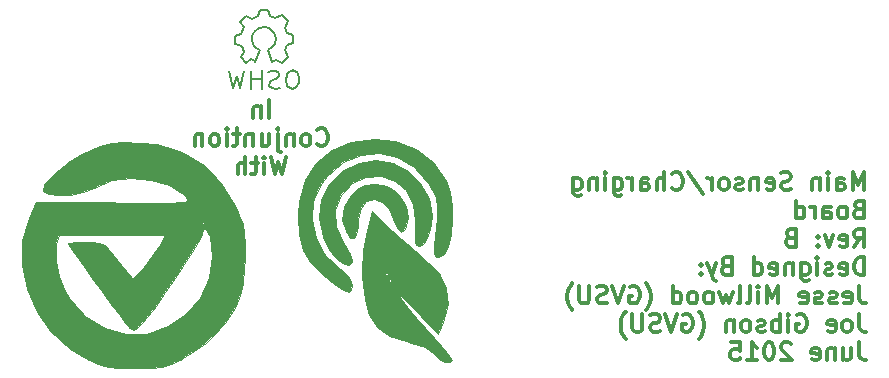
<source format=gbo>
G04 #@! TF.FileFunction,Legend,Bot*
%FSLAX46Y46*%
G04 Gerber Fmt 4.6, Leading zero omitted, Abs format (unit mm)*
G04 Created by KiCad (PCBNEW (after 2015-mar-04 BZR unknown)-product) date Fri 03 Jul 2015 12:32:40 AM EDT*
%MOMM*%
G01*
G04 APERTURE LIST*
%ADD10C,0.100000*%
%ADD11C,0.300000*%
%ADD12C,0.150000*%
G04 APERTURE END LIST*
D10*
D11*
X174394857Y-101809571D02*
X174394857Y-100309571D01*
X173894857Y-101381000D01*
X173394857Y-100309571D01*
X173394857Y-101809571D01*
X172037714Y-101809571D02*
X172037714Y-101023857D01*
X172109143Y-100881000D01*
X172252000Y-100809571D01*
X172537714Y-100809571D01*
X172680571Y-100881000D01*
X172037714Y-101738143D02*
X172180571Y-101809571D01*
X172537714Y-101809571D01*
X172680571Y-101738143D01*
X172752000Y-101595286D01*
X172752000Y-101452429D01*
X172680571Y-101309571D01*
X172537714Y-101238143D01*
X172180571Y-101238143D01*
X172037714Y-101166714D01*
X171323428Y-101809571D02*
X171323428Y-100809571D01*
X171323428Y-100309571D02*
X171394857Y-100381000D01*
X171323428Y-100452429D01*
X171252000Y-100381000D01*
X171323428Y-100309571D01*
X171323428Y-100452429D01*
X170609142Y-100809571D02*
X170609142Y-101809571D01*
X170609142Y-100952429D02*
X170537714Y-100881000D01*
X170394856Y-100809571D01*
X170180571Y-100809571D01*
X170037714Y-100881000D01*
X169966285Y-101023857D01*
X169966285Y-101809571D01*
X168180571Y-101738143D02*
X167966285Y-101809571D01*
X167609142Y-101809571D01*
X167466285Y-101738143D01*
X167394856Y-101666714D01*
X167323428Y-101523857D01*
X167323428Y-101381000D01*
X167394856Y-101238143D01*
X167466285Y-101166714D01*
X167609142Y-101095286D01*
X167894856Y-101023857D01*
X168037714Y-100952429D01*
X168109142Y-100881000D01*
X168180571Y-100738143D01*
X168180571Y-100595286D01*
X168109142Y-100452429D01*
X168037714Y-100381000D01*
X167894856Y-100309571D01*
X167537714Y-100309571D01*
X167323428Y-100381000D01*
X166109143Y-101738143D02*
X166252000Y-101809571D01*
X166537714Y-101809571D01*
X166680571Y-101738143D01*
X166752000Y-101595286D01*
X166752000Y-101023857D01*
X166680571Y-100881000D01*
X166537714Y-100809571D01*
X166252000Y-100809571D01*
X166109143Y-100881000D01*
X166037714Y-101023857D01*
X166037714Y-101166714D01*
X166752000Y-101309571D01*
X165394857Y-100809571D02*
X165394857Y-101809571D01*
X165394857Y-100952429D02*
X165323429Y-100881000D01*
X165180571Y-100809571D01*
X164966286Y-100809571D01*
X164823429Y-100881000D01*
X164752000Y-101023857D01*
X164752000Y-101809571D01*
X164109143Y-101738143D02*
X163966286Y-101809571D01*
X163680571Y-101809571D01*
X163537714Y-101738143D01*
X163466286Y-101595286D01*
X163466286Y-101523857D01*
X163537714Y-101381000D01*
X163680571Y-101309571D01*
X163894857Y-101309571D01*
X164037714Y-101238143D01*
X164109143Y-101095286D01*
X164109143Y-101023857D01*
X164037714Y-100881000D01*
X163894857Y-100809571D01*
X163680571Y-100809571D01*
X163537714Y-100881000D01*
X162609142Y-101809571D02*
X162752000Y-101738143D01*
X162823428Y-101666714D01*
X162894857Y-101523857D01*
X162894857Y-101095286D01*
X162823428Y-100952429D01*
X162752000Y-100881000D01*
X162609142Y-100809571D01*
X162394857Y-100809571D01*
X162252000Y-100881000D01*
X162180571Y-100952429D01*
X162109142Y-101095286D01*
X162109142Y-101523857D01*
X162180571Y-101666714D01*
X162252000Y-101738143D01*
X162394857Y-101809571D01*
X162609142Y-101809571D01*
X161466285Y-101809571D02*
X161466285Y-100809571D01*
X161466285Y-101095286D02*
X161394857Y-100952429D01*
X161323428Y-100881000D01*
X161180571Y-100809571D01*
X161037714Y-100809571D01*
X159466286Y-100238143D02*
X160752000Y-102166714D01*
X158109142Y-101666714D02*
X158180571Y-101738143D01*
X158394857Y-101809571D01*
X158537714Y-101809571D01*
X158751999Y-101738143D01*
X158894857Y-101595286D01*
X158966285Y-101452429D01*
X159037714Y-101166714D01*
X159037714Y-100952429D01*
X158966285Y-100666714D01*
X158894857Y-100523857D01*
X158751999Y-100381000D01*
X158537714Y-100309571D01*
X158394857Y-100309571D01*
X158180571Y-100381000D01*
X158109142Y-100452429D01*
X157466285Y-101809571D02*
X157466285Y-100309571D01*
X156823428Y-101809571D02*
X156823428Y-101023857D01*
X156894857Y-100881000D01*
X157037714Y-100809571D01*
X157251999Y-100809571D01*
X157394857Y-100881000D01*
X157466285Y-100952429D01*
X155466285Y-101809571D02*
X155466285Y-101023857D01*
X155537714Y-100881000D01*
X155680571Y-100809571D01*
X155966285Y-100809571D01*
X156109142Y-100881000D01*
X155466285Y-101738143D02*
X155609142Y-101809571D01*
X155966285Y-101809571D01*
X156109142Y-101738143D01*
X156180571Y-101595286D01*
X156180571Y-101452429D01*
X156109142Y-101309571D01*
X155966285Y-101238143D01*
X155609142Y-101238143D01*
X155466285Y-101166714D01*
X154751999Y-101809571D02*
X154751999Y-100809571D01*
X154751999Y-101095286D02*
X154680571Y-100952429D01*
X154609142Y-100881000D01*
X154466285Y-100809571D01*
X154323428Y-100809571D01*
X153180571Y-100809571D02*
X153180571Y-102023857D01*
X153252000Y-102166714D01*
X153323428Y-102238143D01*
X153466285Y-102309571D01*
X153680571Y-102309571D01*
X153823428Y-102238143D01*
X153180571Y-101738143D02*
X153323428Y-101809571D01*
X153609142Y-101809571D01*
X153752000Y-101738143D01*
X153823428Y-101666714D01*
X153894857Y-101523857D01*
X153894857Y-101095286D01*
X153823428Y-100952429D01*
X153752000Y-100881000D01*
X153609142Y-100809571D01*
X153323428Y-100809571D01*
X153180571Y-100881000D01*
X152466285Y-101809571D02*
X152466285Y-100809571D01*
X152466285Y-100309571D02*
X152537714Y-100381000D01*
X152466285Y-100452429D01*
X152394857Y-100381000D01*
X152466285Y-100309571D01*
X152466285Y-100452429D01*
X151751999Y-100809571D02*
X151751999Y-101809571D01*
X151751999Y-100952429D02*
X151680571Y-100881000D01*
X151537713Y-100809571D01*
X151323428Y-100809571D01*
X151180571Y-100881000D01*
X151109142Y-101023857D01*
X151109142Y-101809571D01*
X149751999Y-100809571D02*
X149751999Y-102023857D01*
X149823428Y-102166714D01*
X149894856Y-102238143D01*
X150037713Y-102309571D01*
X150251999Y-102309571D01*
X150394856Y-102238143D01*
X149751999Y-101738143D02*
X149894856Y-101809571D01*
X150180570Y-101809571D01*
X150323428Y-101738143D01*
X150394856Y-101666714D01*
X150466285Y-101523857D01*
X150466285Y-101095286D01*
X150394856Y-100952429D01*
X150323428Y-100881000D01*
X150180570Y-100809571D01*
X149894856Y-100809571D01*
X149751999Y-100881000D01*
X173894857Y-103423857D02*
X173680571Y-103495286D01*
X173609143Y-103566714D01*
X173537714Y-103709571D01*
X173537714Y-103923857D01*
X173609143Y-104066714D01*
X173680571Y-104138143D01*
X173823429Y-104209571D01*
X174394857Y-104209571D01*
X174394857Y-102709571D01*
X173894857Y-102709571D01*
X173752000Y-102781000D01*
X173680571Y-102852429D01*
X173609143Y-102995286D01*
X173609143Y-103138143D01*
X173680571Y-103281000D01*
X173752000Y-103352429D01*
X173894857Y-103423857D01*
X174394857Y-103423857D01*
X172680571Y-104209571D02*
X172823429Y-104138143D01*
X172894857Y-104066714D01*
X172966286Y-103923857D01*
X172966286Y-103495286D01*
X172894857Y-103352429D01*
X172823429Y-103281000D01*
X172680571Y-103209571D01*
X172466286Y-103209571D01*
X172323429Y-103281000D01*
X172252000Y-103352429D01*
X172180571Y-103495286D01*
X172180571Y-103923857D01*
X172252000Y-104066714D01*
X172323429Y-104138143D01*
X172466286Y-104209571D01*
X172680571Y-104209571D01*
X170894857Y-104209571D02*
X170894857Y-103423857D01*
X170966286Y-103281000D01*
X171109143Y-103209571D01*
X171394857Y-103209571D01*
X171537714Y-103281000D01*
X170894857Y-104138143D02*
X171037714Y-104209571D01*
X171394857Y-104209571D01*
X171537714Y-104138143D01*
X171609143Y-103995286D01*
X171609143Y-103852429D01*
X171537714Y-103709571D01*
X171394857Y-103638143D01*
X171037714Y-103638143D01*
X170894857Y-103566714D01*
X170180571Y-104209571D02*
X170180571Y-103209571D01*
X170180571Y-103495286D02*
X170109143Y-103352429D01*
X170037714Y-103281000D01*
X169894857Y-103209571D01*
X169752000Y-103209571D01*
X168609143Y-104209571D02*
X168609143Y-102709571D01*
X168609143Y-104138143D02*
X168752000Y-104209571D01*
X169037714Y-104209571D01*
X169180572Y-104138143D01*
X169252000Y-104066714D01*
X169323429Y-103923857D01*
X169323429Y-103495286D01*
X169252000Y-103352429D01*
X169180572Y-103281000D01*
X169037714Y-103209571D01*
X168752000Y-103209571D01*
X168609143Y-103281000D01*
X173537714Y-106609571D02*
X174037714Y-105895286D01*
X174394857Y-106609571D02*
X174394857Y-105109571D01*
X173823429Y-105109571D01*
X173680571Y-105181000D01*
X173609143Y-105252429D01*
X173537714Y-105395286D01*
X173537714Y-105609571D01*
X173609143Y-105752429D01*
X173680571Y-105823857D01*
X173823429Y-105895286D01*
X174394857Y-105895286D01*
X172323429Y-106538143D02*
X172466286Y-106609571D01*
X172752000Y-106609571D01*
X172894857Y-106538143D01*
X172966286Y-106395286D01*
X172966286Y-105823857D01*
X172894857Y-105681000D01*
X172752000Y-105609571D01*
X172466286Y-105609571D01*
X172323429Y-105681000D01*
X172252000Y-105823857D01*
X172252000Y-105966714D01*
X172966286Y-106109571D01*
X171752000Y-105609571D02*
X171394857Y-106609571D01*
X171037715Y-105609571D01*
X170466286Y-106466714D02*
X170394858Y-106538143D01*
X170466286Y-106609571D01*
X170537715Y-106538143D01*
X170466286Y-106466714D01*
X170466286Y-106609571D01*
X170466286Y-105681000D02*
X170394858Y-105752429D01*
X170466286Y-105823857D01*
X170537715Y-105752429D01*
X170466286Y-105681000D01*
X170466286Y-105823857D01*
X168109143Y-105823857D02*
X167894857Y-105895286D01*
X167823429Y-105966714D01*
X167752000Y-106109571D01*
X167752000Y-106323857D01*
X167823429Y-106466714D01*
X167894857Y-106538143D01*
X168037715Y-106609571D01*
X168609143Y-106609571D01*
X168609143Y-105109571D01*
X168109143Y-105109571D01*
X167966286Y-105181000D01*
X167894857Y-105252429D01*
X167823429Y-105395286D01*
X167823429Y-105538143D01*
X167894857Y-105681000D01*
X167966286Y-105752429D01*
X168109143Y-105823857D01*
X168609143Y-105823857D01*
X174394857Y-109009571D02*
X174394857Y-107509571D01*
X174037714Y-107509571D01*
X173823429Y-107581000D01*
X173680571Y-107723857D01*
X173609143Y-107866714D01*
X173537714Y-108152429D01*
X173537714Y-108366714D01*
X173609143Y-108652429D01*
X173680571Y-108795286D01*
X173823429Y-108938143D01*
X174037714Y-109009571D01*
X174394857Y-109009571D01*
X172323429Y-108938143D02*
X172466286Y-109009571D01*
X172752000Y-109009571D01*
X172894857Y-108938143D01*
X172966286Y-108795286D01*
X172966286Y-108223857D01*
X172894857Y-108081000D01*
X172752000Y-108009571D01*
X172466286Y-108009571D01*
X172323429Y-108081000D01*
X172252000Y-108223857D01*
X172252000Y-108366714D01*
X172966286Y-108509571D01*
X171680572Y-108938143D02*
X171537715Y-109009571D01*
X171252000Y-109009571D01*
X171109143Y-108938143D01*
X171037715Y-108795286D01*
X171037715Y-108723857D01*
X171109143Y-108581000D01*
X171252000Y-108509571D01*
X171466286Y-108509571D01*
X171609143Y-108438143D01*
X171680572Y-108295286D01*
X171680572Y-108223857D01*
X171609143Y-108081000D01*
X171466286Y-108009571D01*
X171252000Y-108009571D01*
X171109143Y-108081000D01*
X170394857Y-109009571D02*
X170394857Y-108009571D01*
X170394857Y-107509571D02*
X170466286Y-107581000D01*
X170394857Y-107652429D01*
X170323429Y-107581000D01*
X170394857Y-107509571D01*
X170394857Y-107652429D01*
X169037714Y-108009571D02*
X169037714Y-109223857D01*
X169109143Y-109366714D01*
X169180571Y-109438143D01*
X169323428Y-109509571D01*
X169537714Y-109509571D01*
X169680571Y-109438143D01*
X169037714Y-108938143D02*
X169180571Y-109009571D01*
X169466285Y-109009571D01*
X169609143Y-108938143D01*
X169680571Y-108866714D01*
X169752000Y-108723857D01*
X169752000Y-108295286D01*
X169680571Y-108152429D01*
X169609143Y-108081000D01*
X169466285Y-108009571D01*
X169180571Y-108009571D01*
X169037714Y-108081000D01*
X168323428Y-108009571D02*
X168323428Y-109009571D01*
X168323428Y-108152429D02*
X168252000Y-108081000D01*
X168109142Y-108009571D01*
X167894857Y-108009571D01*
X167752000Y-108081000D01*
X167680571Y-108223857D01*
X167680571Y-109009571D01*
X166394857Y-108938143D02*
X166537714Y-109009571D01*
X166823428Y-109009571D01*
X166966285Y-108938143D01*
X167037714Y-108795286D01*
X167037714Y-108223857D01*
X166966285Y-108081000D01*
X166823428Y-108009571D01*
X166537714Y-108009571D01*
X166394857Y-108081000D01*
X166323428Y-108223857D01*
X166323428Y-108366714D01*
X167037714Y-108509571D01*
X165037714Y-109009571D02*
X165037714Y-107509571D01*
X165037714Y-108938143D02*
X165180571Y-109009571D01*
X165466285Y-109009571D01*
X165609143Y-108938143D01*
X165680571Y-108866714D01*
X165752000Y-108723857D01*
X165752000Y-108295286D01*
X165680571Y-108152429D01*
X165609143Y-108081000D01*
X165466285Y-108009571D01*
X165180571Y-108009571D01*
X165037714Y-108081000D01*
X162680571Y-108223857D02*
X162466285Y-108295286D01*
X162394857Y-108366714D01*
X162323428Y-108509571D01*
X162323428Y-108723857D01*
X162394857Y-108866714D01*
X162466285Y-108938143D01*
X162609143Y-109009571D01*
X163180571Y-109009571D01*
X163180571Y-107509571D01*
X162680571Y-107509571D01*
X162537714Y-107581000D01*
X162466285Y-107652429D01*
X162394857Y-107795286D01*
X162394857Y-107938143D01*
X162466285Y-108081000D01*
X162537714Y-108152429D01*
X162680571Y-108223857D01*
X163180571Y-108223857D01*
X161823428Y-108009571D02*
X161466285Y-109009571D01*
X161109143Y-108009571D02*
X161466285Y-109009571D01*
X161609143Y-109366714D01*
X161680571Y-109438143D01*
X161823428Y-109509571D01*
X160537714Y-108866714D02*
X160466286Y-108938143D01*
X160537714Y-109009571D01*
X160609143Y-108938143D01*
X160537714Y-108866714D01*
X160537714Y-109009571D01*
X160537714Y-108081000D02*
X160466286Y-108152429D01*
X160537714Y-108223857D01*
X160609143Y-108152429D01*
X160537714Y-108081000D01*
X160537714Y-108223857D01*
X173966286Y-109909571D02*
X173966286Y-110981000D01*
X174037714Y-111195286D01*
X174180571Y-111338143D01*
X174394857Y-111409571D01*
X174537714Y-111409571D01*
X172680572Y-111338143D02*
X172823429Y-111409571D01*
X173109143Y-111409571D01*
X173252000Y-111338143D01*
X173323429Y-111195286D01*
X173323429Y-110623857D01*
X173252000Y-110481000D01*
X173109143Y-110409571D01*
X172823429Y-110409571D01*
X172680572Y-110481000D01*
X172609143Y-110623857D01*
X172609143Y-110766714D01*
X173323429Y-110909571D01*
X172037715Y-111338143D02*
X171894858Y-111409571D01*
X171609143Y-111409571D01*
X171466286Y-111338143D01*
X171394858Y-111195286D01*
X171394858Y-111123857D01*
X171466286Y-110981000D01*
X171609143Y-110909571D01*
X171823429Y-110909571D01*
X171966286Y-110838143D01*
X172037715Y-110695286D01*
X172037715Y-110623857D01*
X171966286Y-110481000D01*
X171823429Y-110409571D01*
X171609143Y-110409571D01*
X171466286Y-110481000D01*
X170823429Y-111338143D02*
X170680572Y-111409571D01*
X170394857Y-111409571D01*
X170252000Y-111338143D01*
X170180572Y-111195286D01*
X170180572Y-111123857D01*
X170252000Y-110981000D01*
X170394857Y-110909571D01*
X170609143Y-110909571D01*
X170752000Y-110838143D01*
X170823429Y-110695286D01*
X170823429Y-110623857D01*
X170752000Y-110481000D01*
X170609143Y-110409571D01*
X170394857Y-110409571D01*
X170252000Y-110481000D01*
X168966286Y-111338143D02*
X169109143Y-111409571D01*
X169394857Y-111409571D01*
X169537714Y-111338143D01*
X169609143Y-111195286D01*
X169609143Y-110623857D01*
X169537714Y-110481000D01*
X169394857Y-110409571D01*
X169109143Y-110409571D01*
X168966286Y-110481000D01*
X168894857Y-110623857D01*
X168894857Y-110766714D01*
X169609143Y-110909571D01*
X167109143Y-111409571D02*
X167109143Y-109909571D01*
X166609143Y-110981000D01*
X166109143Y-109909571D01*
X166109143Y-111409571D01*
X165394857Y-111409571D02*
X165394857Y-110409571D01*
X165394857Y-109909571D02*
X165466286Y-109981000D01*
X165394857Y-110052429D01*
X165323429Y-109981000D01*
X165394857Y-109909571D01*
X165394857Y-110052429D01*
X164466285Y-111409571D02*
X164609143Y-111338143D01*
X164680571Y-111195286D01*
X164680571Y-109909571D01*
X163680571Y-111409571D02*
X163823429Y-111338143D01*
X163894857Y-111195286D01*
X163894857Y-109909571D01*
X163252000Y-110409571D02*
X162966286Y-111409571D01*
X162680572Y-110695286D01*
X162394857Y-111409571D01*
X162109143Y-110409571D01*
X161323428Y-111409571D02*
X161466286Y-111338143D01*
X161537714Y-111266714D01*
X161609143Y-111123857D01*
X161609143Y-110695286D01*
X161537714Y-110552429D01*
X161466286Y-110481000D01*
X161323428Y-110409571D01*
X161109143Y-110409571D01*
X160966286Y-110481000D01*
X160894857Y-110552429D01*
X160823428Y-110695286D01*
X160823428Y-111123857D01*
X160894857Y-111266714D01*
X160966286Y-111338143D01*
X161109143Y-111409571D01*
X161323428Y-111409571D01*
X159966285Y-111409571D02*
X160109143Y-111338143D01*
X160180571Y-111266714D01*
X160252000Y-111123857D01*
X160252000Y-110695286D01*
X160180571Y-110552429D01*
X160109143Y-110481000D01*
X159966285Y-110409571D01*
X159752000Y-110409571D01*
X159609143Y-110481000D01*
X159537714Y-110552429D01*
X159466285Y-110695286D01*
X159466285Y-111123857D01*
X159537714Y-111266714D01*
X159609143Y-111338143D01*
X159752000Y-111409571D01*
X159966285Y-111409571D01*
X158180571Y-111409571D02*
X158180571Y-109909571D01*
X158180571Y-111338143D02*
X158323428Y-111409571D01*
X158609142Y-111409571D01*
X158752000Y-111338143D01*
X158823428Y-111266714D01*
X158894857Y-111123857D01*
X158894857Y-110695286D01*
X158823428Y-110552429D01*
X158752000Y-110481000D01*
X158609142Y-110409571D01*
X158323428Y-110409571D01*
X158180571Y-110481000D01*
X155894857Y-111981000D02*
X155966285Y-111909571D01*
X156109142Y-111695286D01*
X156180571Y-111552429D01*
X156252000Y-111338143D01*
X156323428Y-110981000D01*
X156323428Y-110695286D01*
X156252000Y-110338143D01*
X156180571Y-110123857D01*
X156109142Y-109981000D01*
X155966285Y-109766714D01*
X155894857Y-109695286D01*
X154537714Y-109981000D02*
X154680571Y-109909571D01*
X154894857Y-109909571D01*
X155109142Y-109981000D01*
X155252000Y-110123857D01*
X155323428Y-110266714D01*
X155394857Y-110552429D01*
X155394857Y-110766714D01*
X155323428Y-111052429D01*
X155252000Y-111195286D01*
X155109142Y-111338143D01*
X154894857Y-111409571D01*
X154752000Y-111409571D01*
X154537714Y-111338143D01*
X154466285Y-111266714D01*
X154466285Y-110766714D01*
X154752000Y-110766714D01*
X154037714Y-109909571D02*
X153537714Y-111409571D01*
X153037714Y-109909571D01*
X152609143Y-111338143D02*
X152394857Y-111409571D01*
X152037714Y-111409571D01*
X151894857Y-111338143D01*
X151823428Y-111266714D01*
X151752000Y-111123857D01*
X151752000Y-110981000D01*
X151823428Y-110838143D01*
X151894857Y-110766714D01*
X152037714Y-110695286D01*
X152323428Y-110623857D01*
X152466286Y-110552429D01*
X152537714Y-110481000D01*
X152609143Y-110338143D01*
X152609143Y-110195286D01*
X152537714Y-110052429D01*
X152466286Y-109981000D01*
X152323428Y-109909571D01*
X151966286Y-109909571D01*
X151752000Y-109981000D01*
X151109143Y-109909571D02*
X151109143Y-111123857D01*
X151037715Y-111266714D01*
X150966286Y-111338143D01*
X150823429Y-111409571D01*
X150537715Y-111409571D01*
X150394857Y-111338143D01*
X150323429Y-111266714D01*
X150252000Y-111123857D01*
X150252000Y-109909571D01*
X149680571Y-111981000D02*
X149609143Y-111909571D01*
X149466286Y-111695286D01*
X149394857Y-111552429D01*
X149323428Y-111338143D01*
X149252000Y-110981000D01*
X149252000Y-110695286D01*
X149323428Y-110338143D01*
X149394857Y-110123857D01*
X149466286Y-109981000D01*
X149609143Y-109766714D01*
X149680571Y-109695286D01*
X173966286Y-112309571D02*
X173966286Y-113381000D01*
X174037714Y-113595286D01*
X174180571Y-113738143D01*
X174394857Y-113809571D01*
X174537714Y-113809571D01*
X173037714Y-113809571D02*
X173180572Y-113738143D01*
X173252000Y-113666714D01*
X173323429Y-113523857D01*
X173323429Y-113095286D01*
X173252000Y-112952429D01*
X173180572Y-112881000D01*
X173037714Y-112809571D01*
X172823429Y-112809571D01*
X172680572Y-112881000D01*
X172609143Y-112952429D01*
X172537714Y-113095286D01*
X172537714Y-113523857D01*
X172609143Y-113666714D01*
X172680572Y-113738143D01*
X172823429Y-113809571D01*
X173037714Y-113809571D01*
X171323429Y-113738143D02*
X171466286Y-113809571D01*
X171752000Y-113809571D01*
X171894857Y-113738143D01*
X171966286Y-113595286D01*
X171966286Y-113023857D01*
X171894857Y-112881000D01*
X171752000Y-112809571D01*
X171466286Y-112809571D01*
X171323429Y-112881000D01*
X171252000Y-113023857D01*
X171252000Y-113166714D01*
X171966286Y-113309571D01*
X168680572Y-112381000D02*
X168823429Y-112309571D01*
X169037715Y-112309571D01*
X169252000Y-112381000D01*
X169394858Y-112523857D01*
X169466286Y-112666714D01*
X169537715Y-112952429D01*
X169537715Y-113166714D01*
X169466286Y-113452429D01*
X169394858Y-113595286D01*
X169252000Y-113738143D01*
X169037715Y-113809571D01*
X168894858Y-113809571D01*
X168680572Y-113738143D01*
X168609143Y-113666714D01*
X168609143Y-113166714D01*
X168894858Y-113166714D01*
X167966286Y-113809571D02*
X167966286Y-112809571D01*
X167966286Y-112309571D02*
X168037715Y-112381000D01*
X167966286Y-112452429D01*
X167894858Y-112381000D01*
X167966286Y-112309571D01*
X167966286Y-112452429D01*
X167252000Y-113809571D02*
X167252000Y-112309571D01*
X167252000Y-112881000D02*
X167109143Y-112809571D01*
X166823429Y-112809571D01*
X166680572Y-112881000D01*
X166609143Y-112952429D01*
X166537714Y-113095286D01*
X166537714Y-113523857D01*
X166609143Y-113666714D01*
X166680572Y-113738143D01*
X166823429Y-113809571D01*
X167109143Y-113809571D01*
X167252000Y-113738143D01*
X165966286Y-113738143D02*
X165823429Y-113809571D01*
X165537714Y-113809571D01*
X165394857Y-113738143D01*
X165323429Y-113595286D01*
X165323429Y-113523857D01*
X165394857Y-113381000D01*
X165537714Y-113309571D01*
X165752000Y-113309571D01*
X165894857Y-113238143D01*
X165966286Y-113095286D01*
X165966286Y-113023857D01*
X165894857Y-112881000D01*
X165752000Y-112809571D01*
X165537714Y-112809571D01*
X165394857Y-112881000D01*
X164466285Y-113809571D02*
X164609143Y-113738143D01*
X164680571Y-113666714D01*
X164752000Y-113523857D01*
X164752000Y-113095286D01*
X164680571Y-112952429D01*
X164609143Y-112881000D01*
X164466285Y-112809571D01*
X164252000Y-112809571D01*
X164109143Y-112881000D01*
X164037714Y-112952429D01*
X163966285Y-113095286D01*
X163966285Y-113523857D01*
X164037714Y-113666714D01*
X164109143Y-113738143D01*
X164252000Y-113809571D01*
X164466285Y-113809571D01*
X163323428Y-112809571D02*
X163323428Y-113809571D01*
X163323428Y-112952429D02*
X163252000Y-112881000D01*
X163109142Y-112809571D01*
X162894857Y-112809571D01*
X162752000Y-112881000D01*
X162680571Y-113023857D01*
X162680571Y-113809571D01*
X160394857Y-114381000D02*
X160466285Y-114309571D01*
X160609142Y-114095286D01*
X160680571Y-113952429D01*
X160752000Y-113738143D01*
X160823428Y-113381000D01*
X160823428Y-113095286D01*
X160752000Y-112738143D01*
X160680571Y-112523857D01*
X160609142Y-112381000D01*
X160466285Y-112166714D01*
X160394857Y-112095286D01*
X159037714Y-112381000D02*
X159180571Y-112309571D01*
X159394857Y-112309571D01*
X159609142Y-112381000D01*
X159752000Y-112523857D01*
X159823428Y-112666714D01*
X159894857Y-112952429D01*
X159894857Y-113166714D01*
X159823428Y-113452429D01*
X159752000Y-113595286D01*
X159609142Y-113738143D01*
X159394857Y-113809571D01*
X159252000Y-113809571D01*
X159037714Y-113738143D01*
X158966285Y-113666714D01*
X158966285Y-113166714D01*
X159252000Y-113166714D01*
X158537714Y-112309571D02*
X158037714Y-113809571D01*
X157537714Y-112309571D01*
X157109143Y-113738143D02*
X156894857Y-113809571D01*
X156537714Y-113809571D01*
X156394857Y-113738143D01*
X156323428Y-113666714D01*
X156252000Y-113523857D01*
X156252000Y-113381000D01*
X156323428Y-113238143D01*
X156394857Y-113166714D01*
X156537714Y-113095286D01*
X156823428Y-113023857D01*
X156966286Y-112952429D01*
X157037714Y-112881000D01*
X157109143Y-112738143D01*
X157109143Y-112595286D01*
X157037714Y-112452429D01*
X156966286Y-112381000D01*
X156823428Y-112309571D01*
X156466286Y-112309571D01*
X156252000Y-112381000D01*
X155609143Y-112309571D02*
X155609143Y-113523857D01*
X155537715Y-113666714D01*
X155466286Y-113738143D01*
X155323429Y-113809571D01*
X155037715Y-113809571D01*
X154894857Y-113738143D01*
X154823429Y-113666714D01*
X154752000Y-113523857D01*
X154752000Y-112309571D01*
X154180571Y-114381000D02*
X154109143Y-114309571D01*
X153966286Y-114095286D01*
X153894857Y-113952429D01*
X153823428Y-113738143D01*
X153752000Y-113381000D01*
X153752000Y-113095286D01*
X153823428Y-112738143D01*
X153894857Y-112523857D01*
X153966286Y-112381000D01*
X154109143Y-112166714D01*
X154180571Y-112095286D01*
X173966286Y-114709571D02*
X173966286Y-115781000D01*
X174037714Y-115995286D01*
X174180571Y-116138143D01*
X174394857Y-116209571D01*
X174537714Y-116209571D01*
X172609143Y-115209571D02*
X172609143Y-116209571D01*
X173252000Y-115209571D02*
X173252000Y-115995286D01*
X173180572Y-116138143D01*
X173037714Y-116209571D01*
X172823429Y-116209571D01*
X172680572Y-116138143D01*
X172609143Y-116066714D01*
X171894857Y-115209571D02*
X171894857Y-116209571D01*
X171894857Y-115352429D02*
X171823429Y-115281000D01*
X171680571Y-115209571D01*
X171466286Y-115209571D01*
X171323429Y-115281000D01*
X171252000Y-115423857D01*
X171252000Y-116209571D01*
X169966286Y-116138143D02*
X170109143Y-116209571D01*
X170394857Y-116209571D01*
X170537714Y-116138143D01*
X170609143Y-115995286D01*
X170609143Y-115423857D01*
X170537714Y-115281000D01*
X170394857Y-115209571D01*
X170109143Y-115209571D01*
X169966286Y-115281000D01*
X169894857Y-115423857D01*
X169894857Y-115566714D01*
X170609143Y-115709571D01*
X168180572Y-114852429D02*
X168109143Y-114781000D01*
X167966286Y-114709571D01*
X167609143Y-114709571D01*
X167466286Y-114781000D01*
X167394857Y-114852429D01*
X167323429Y-114995286D01*
X167323429Y-115138143D01*
X167394857Y-115352429D01*
X168252000Y-116209571D01*
X167323429Y-116209571D01*
X166394858Y-114709571D02*
X166252001Y-114709571D01*
X166109144Y-114781000D01*
X166037715Y-114852429D01*
X165966286Y-114995286D01*
X165894858Y-115281000D01*
X165894858Y-115638143D01*
X165966286Y-115923857D01*
X166037715Y-116066714D01*
X166109144Y-116138143D01*
X166252001Y-116209571D01*
X166394858Y-116209571D01*
X166537715Y-116138143D01*
X166609144Y-116066714D01*
X166680572Y-115923857D01*
X166752001Y-115638143D01*
X166752001Y-115281000D01*
X166680572Y-114995286D01*
X166609144Y-114852429D01*
X166537715Y-114781000D01*
X166394858Y-114709571D01*
X164466287Y-116209571D02*
X165323430Y-116209571D01*
X164894858Y-116209571D02*
X164894858Y-114709571D01*
X165037715Y-114923857D01*
X165180573Y-115066714D01*
X165323430Y-115138143D01*
X163109144Y-114709571D02*
X163823430Y-114709571D01*
X163894859Y-115423857D01*
X163823430Y-115352429D01*
X163680573Y-115281000D01*
X163323430Y-115281000D01*
X163180573Y-115352429D01*
X163109144Y-115423857D01*
X163037716Y-115566714D01*
X163037716Y-115923857D01*
X163109144Y-116066714D01*
X163180573Y-116138143D01*
X163323430Y-116209571D01*
X163680573Y-116209571D01*
X163823430Y-116138143D01*
X163894859Y-116066714D01*
X123995571Y-95687571D02*
X123995571Y-94187571D01*
X123281285Y-94687571D02*
X123281285Y-95687571D01*
X123281285Y-94830429D02*
X123209857Y-94759000D01*
X123066999Y-94687571D01*
X122852714Y-94687571D01*
X122709857Y-94759000D01*
X122638428Y-94901857D01*
X122638428Y-95687571D01*
X128067000Y-97944714D02*
X128138429Y-98016143D01*
X128352715Y-98087571D01*
X128495572Y-98087571D01*
X128709857Y-98016143D01*
X128852715Y-97873286D01*
X128924143Y-97730429D01*
X128995572Y-97444714D01*
X128995572Y-97230429D01*
X128924143Y-96944714D01*
X128852715Y-96801857D01*
X128709857Y-96659000D01*
X128495572Y-96587571D01*
X128352715Y-96587571D01*
X128138429Y-96659000D01*
X128067000Y-96730429D01*
X127209857Y-98087571D02*
X127352715Y-98016143D01*
X127424143Y-97944714D01*
X127495572Y-97801857D01*
X127495572Y-97373286D01*
X127424143Y-97230429D01*
X127352715Y-97159000D01*
X127209857Y-97087571D01*
X126995572Y-97087571D01*
X126852715Y-97159000D01*
X126781286Y-97230429D01*
X126709857Y-97373286D01*
X126709857Y-97801857D01*
X126781286Y-97944714D01*
X126852715Y-98016143D01*
X126995572Y-98087571D01*
X127209857Y-98087571D01*
X126067000Y-97087571D02*
X126067000Y-98087571D01*
X126067000Y-97230429D02*
X125995572Y-97159000D01*
X125852714Y-97087571D01*
X125638429Y-97087571D01*
X125495572Y-97159000D01*
X125424143Y-97301857D01*
X125424143Y-98087571D01*
X124709857Y-97087571D02*
X124709857Y-98373286D01*
X124781286Y-98516143D01*
X124924143Y-98587571D01*
X124995571Y-98587571D01*
X124709857Y-96587571D02*
X124781286Y-96659000D01*
X124709857Y-96730429D01*
X124638429Y-96659000D01*
X124709857Y-96587571D01*
X124709857Y-96730429D01*
X123352714Y-97087571D02*
X123352714Y-98087571D01*
X123995571Y-97087571D02*
X123995571Y-97873286D01*
X123924143Y-98016143D01*
X123781285Y-98087571D01*
X123567000Y-98087571D01*
X123424143Y-98016143D01*
X123352714Y-97944714D01*
X122638428Y-97087571D02*
X122638428Y-98087571D01*
X122638428Y-97230429D02*
X122567000Y-97159000D01*
X122424142Y-97087571D01*
X122209857Y-97087571D01*
X122067000Y-97159000D01*
X121995571Y-97301857D01*
X121995571Y-98087571D01*
X121495571Y-97087571D02*
X120924142Y-97087571D01*
X121281285Y-96587571D02*
X121281285Y-97873286D01*
X121209857Y-98016143D01*
X121066999Y-98087571D01*
X120924142Y-98087571D01*
X120424142Y-98087571D02*
X120424142Y-97087571D01*
X120424142Y-96587571D02*
X120495571Y-96659000D01*
X120424142Y-96730429D01*
X120352714Y-96659000D01*
X120424142Y-96587571D01*
X120424142Y-96730429D01*
X119495570Y-98087571D02*
X119638428Y-98016143D01*
X119709856Y-97944714D01*
X119781285Y-97801857D01*
X119781285Y-97373286D01*
X119709856Y-97230429D01*
X119638428Y-97159000D01*
X119495570Y-97087571D01*
X119281285Y-97087571D01*
X119138428Y-97159000D01*
X119066999Y-97230429D01*
X118995570Y-97373286D01*
X118995570Y-97801857D01*
X119066999Y-97944714D01*
X119138428Y-98016143D01*
X119281285Y-98087571D01*
X119495570Y-98087571D01*
X118352713Y-97087571D02*
X118352713Y-98087571D01*
X118352713Y-97230429D02*
X118281285Y-97159000D01*
X118138427Y-97087571D01*
X117924142Y-97087571D01*
X117781285Y-97159000D01*
X117709856Y-97301857D01*
X117709856Y-98087571D01*
X125424143Y-98987571D02*
X125067000Y-100487571D01*
X124781286Y-99416143D01*
X124495572Y-100487571D01*
X124138429Y-98987571D01*
X123567000Y-100487571D02*
X123567000Y-99487571D01*
X123567000Y-98987571D02*
X123638429Y-99059000D01*
X123567000Y-99130429D01*
X123495572Y-99059000D01*
X123567000Y-98987571D01*
X123567000Y-99130429D01*
X123067000Y-99487571D02*
X122495571Y-99487571D01*
X122852714Y-98987571D02*
X122852714Y-100273286D01*
X122781286Y-100416143D01*
X122638428Y-100487571D01*
X122495571Y-100487571D01*
X121995571Y-100487571D02*
X121995571Y-98987571D01*
X121352714Y-100487571D02*
X121352714Y-99701857D01*
X121424143Y-99559000D01*
X121567000Y-99487571D01*
X121781285Y-99487571D01*
X121924143Y-99559000D01*
X121995571Y-99630429D01*
D12*
X121902220Y-91716860D02*
X121541540Y-93187520D01*
X121541540Y-93187520D02*
X121262140Y-92125800D01*
X121262140Y-92125800D02*
X120952260Y-93197680D01*
X120952260Y-93197680D02*
X120611900Y-91747340D01*
X123322080Y-92407740D02*
X122532140Y-92397580D01*
X122532140Y-92397580D02*
X122521980Y-92407740D01*
X122521980Y-92407740D02*
X122521980Y-92397580D01*
X122481340Y-91686380D02*
X122481340Y-93228160D01*
X123370340Y-91676220D02*
X123370340Y-93245940D01*
X123370340Y-93245940D02*
X123360180Y-93235780D01*
X123921520Y-91777820D02*
X124272040Y-91696540D01*
X124272040Y-91696540D02*
X124592080Y-91686380D01*
X124592080Y-91686380D02*
X124830840Y-91887040D01*
X124830840Y-91887040D02*
X124861320Y-92156280D01*
X124861320Y-92156280D02*
X124620020Y-92397580D01*
X124620020Y-92397580D02*
X124231400Y-92527120D01*
X124231400Y-92527120D02*
X124051060Y-92687140D01*
X124051060Y-92687140D02*
X124010420Y-92986860D01*
X124010420Y-92986860D02*
X124241560Y-93207840D01*
X124241560Y-93207840D02*
X124561600Y-93235780D01*
X124561600Y-93235780D02*
X124912120Y-93126560D01*
X125950980Y-91676220D02*
X126199900Y-91696540D01*
X126199900Y-91696540D02*
X126441200Y-91937840D01*
X126441200Y-91937840D02*
X126530100Y-92428060D01*
X126530100Y-92428060D02*
X126502160Y-92776040D01*
X126502160Y-92776040D02*
X126301500Y-93096080D01*
X126301500Y-93096080D02*
X126050040Y-93218000D01*
X126050040Y-93218000D02*
X125740160Y-93146880D01*
X125740160Y-93146880D02*
X125521720Y-92966540D01*
X125521720Y-92966540D02*
X125450600Y-92506800D01*
X125450600Y-92506800D02*
X125501400Y-92097860D01*
X125501400Y-92097860D02*
X125610620Y-91815920D01*
X125610620Y-91815920D02*
X125971300Y-91686380D01*
X125351540Y-89956640D02*
X125610620Y-90517980D01*
X125610620Y-90517980D02*
X125072140Y-91036140D01*
X125072140Y-91036140D02*
X124551440Y-90766900D01*
X124551440Y-90766900D02*
X124272040Y-90926920D01*
X122831860Y-90906600D02*
X122501660Y-90716100D01*
X122501660Y-90716100D02*
X122062240Y-91046300D01*
X122062240Y-91046300D02*
X121589800Y-90556080D01*
X121589800Y-90556080D02*
X121871740Y-90076020D01*
X121871740Y-90076020D02*
X121681240Y-89606120D01*
X121681240Y-89606120D02*
X121071640Y-89418160D01*
X121071640Y-89418160D02*
X121071640Y-88737440D01*
X121071640Y-88737440D02*
X121630440Y-88597740D01*
X121630440Y-88597740D02*
X121831100Y-88026240D01*
X121831100Y-88026240D02*
X121561860Y-87556340D01*
X121561860Y-87556340D02*
X122031760Y-87045800D01*
X122031760Y-87045800D02*
X122549920Y-87307420D01*
X122549920Y-87307420D02*
X123019820Y-87106760D01*
X123019820Y-87106760D02*
X123190000Y-86565740D01*
X123190000Y-86565740D02*
X123880880Y-86547960D01*
X123880880Y-86547960D02*
X124091700Y-87096600D01*
X124091700Y-87096600D02*
X124510800Y-87266780D01*
X124510800Y-87266780D02*
X125061980Y-86997540D01*
X125061980Y-86997540D02*
X125580140Y-87525860D01*
X125580140Y-87525860D02*
X125331220Y-88066880D01*
X125331220Y-88066880D02*
X125501400Y-88546940D01*
X125501400Y-88546940D02*
X126050040Y-88646000D01*
X126050040Y-88646000D02*
X126060200Y-89347040D01*
X126060200Y-89347040D02*
X125501400Y-89547700D01*
X125501400Y-89547700D02*
X125361700Y-89946480D01*
X123220480Y-89926160D02*
X122920760Y-89776300D01*
X122920760Y-89776300D02*
X122720100Y-89578180D01*
X122720100Y-89578180D02*
X122570240Y-89176860D01*
X122570240Y-89176860D02*
X122570240Y-88778080D01*
X122570240Y-88778080D02*
X122720100Y-88427560D01*
X122720100Y-88427560D02*
X123172220Y-88077040D01*
X123172220Y-88077040D02*
X123621800Y-88026240D01*
X123621800Y-88026240D02*
X124020580Y-88127840D01*
X124020580Y-88127840D02*
X124421900Y-88475820D01*
X124421900Y-88475820D02*
X124571760Y-88927940D01*
X124571760Y-88927940D02*
X124520960Y-89425780D01*
X124520960Y-89425780D02*
X124272040Y-89728040D01*
X124272040Y-89728040D02*
X123921520Y-89926160D01*
X123921520Y-89926160D02*
X124272040Y-90926920D01*
X123220480Y-89926160D02*
X122821700Y-90926920D01*
D10*
G36*
X103054730Y-108185017D02*
X103469375Y-110207627D01*
X104311299Y-112123017D01*
X105543111Y-113840080D01*
X105939434Y-114197209D01*
X105939434Y-106594393D01*
X105988215Y-106340547D01*
X106168643Y-105621667D01*
X110694777Y-105621667D01*
X115220912Y-105621667D01*
X114743900Y-106429182D01*
X114262191Y-107149529D01*
X113617233Y-108002304D01*
X113367781Y-108307638D01*
X112468672Y-109378578D01*
X111221998Y-107782345D01*
X110558877Y-106955210D01*
X110075292Y-106478472D01*
X109606027Y-106255601D01*
X108985865Y-106190067D01*
X108489940Y-106186111D01*
X107660714Y-106208286D01*
X107121547Y-106265253D01*
X107004556Y-106315416D01*
X107161666Y-106600810D01*
X107586064Y-107240769D01*
X108207351Y-108137568D01*
X108955126Y-109193483D01*
X109758990Y-110310790D01*
X110548543Y-111391764D01*
X111253386Y-112338683D01*
X111803119Y-113053821D01*
X112127342Y-113439454D01*
X112155569Y-113465713D01*
X112531174Y-113617538D01*
X112955501Y-113355097D01*
X113137340Y-113167587D01*
X113679476Y-112516852D01*
X114384856Y-111584658D01*
X115186042Y-110470557D01*
X116015594Y-109274104D01*
X116806073Y-108094851D01*
X117490039Y-107032353D01*
X118000052Y-106186163D01*
X118268674Y-105655835D01*
X118293445Y-105556183D01*
X118293445Y-104633889D01*
X118434556Y-104492778D01*
X118575667Y-104633889D01*
X118434556Y-104775000D01*
X118293445Y-104633889D01*
X118293445Y-105556183D01*
X118411284Y-105116986D01*
X118671015Y-105137793D01*
X118931957Y-105589989D01*
X118962231Y-105692222D01*
X119171138Y-107504587D01*
X118869251Y-109284497D01*
X118105434Y-110926154D01*
X116928552Y-112323761D01*
X115423701Y-113353601D01*
X113641763Y-113967538D01*
X111879838Y-114018573D01*
X110122474Y-113507136D01*
X110109000Y-113501054D01*
X108385784Y-112445164D01*
X107098078Y-111040468D01*
X106703963Y-110374787D01*
X106212047Y-109111368D01*
X105943046Y-107771438D01*
X105939434Y-106594393D01*
X105939434Y-114197209D01*
X107127419Y-115267711D01*
X108550467Y-116106033D01*
X109525560Y-116525653D01*
X110393856Y-116769479D01*
X111381694Y-116881730D01*
X112649000Y-116906758D01*
X113938688Y-116878209D01*
X114886493Y-116766324D01*
X115713729Y-116525313D01*
X116641706Y-116109386D01*
X116741222Y-116060068D01*
X118680935Y-114785467D01*
X120262160Y-113095244D01*
X121169340Y-111601449D01*
X121528265Y-110716521D01*
X121754720Y-109714385D01*
X121883228Y-108413912D01*
X121918829Y-107669056D01*
X121951235Y-106381566D01*
X121910976Y-105460748D01*
X121764759Y-104710204D01*
X121479296Y-103933536D01*
X121169761Y-103249843D01*
X119958851Y-101215721D01*
X118447689Y-99658701D01*
X116624322Y-98570719D01*
X114476794Y-97943711D01*
X113072333Y-97787778D01*
X111733249Y-97753320D01*
X110699505Y-97843560D01*
X109719528Y-98091298D01*
X109122281Y-98302810D01*
X108168914Y-98756390D01*
X107174141Y-99381610D01*
X106240847Y-100091394D01*
X105471918Y-100798667D01*
X104970237Y-101416353D01*
X104838690Y-101857377D01*
X104861010Y-101909286D01*
X105320627Y-102174344D01*
X106146850Y-102261983D01*
X107175261Y-102186134D01*
X108241445Y-101960727D01*
X109180986Y-101599692D01*
X109304082Y-101532844D01*
X110733402Y-100983107D01*
X112345399Y-100791106D01*
X113981765Y-100938504D01*
X115484191Y-101406961D01*
X116694368Y-102178137D01*
X116933199Y-102416636D01*
X117064168Y-102582740D01*
X117075380Y-102708290D01*
X116904473Y-102797820D01*
X116489088Y-102855865D01*
X115766865Y-102886962D01*
X114675444Y-102895645D01*
X113152466Y-102886450D01*
X111135570Y-102863911D01*
X110833819Y-102860238D01*
X104260241Y-102779920D01*
X103656843Y-104182556D01*
X103104755Y-106146292D01*
X103054730Y-108185017D01*
X103054730Y-108185017D01*
X103054730Y-108185017D01*
G37*
X103054730Y-108185017D02*
X103469375Y-110207627D01*
X104311299Y-112123017D01*
X105543111Y-113840080D01*
X105939434Y-114197209D01*
X105939434Y-106594393D01*
X105988215Y-106340547D01*
X106168643Y-105621667D01*
X110694777Y-105621667D01*
X115220912Y-105621667D01*
X114743900Y-106429182D01*
X114262191Y-107149529D01*
X113617233Y-108002304D01*
X113367781Y-108307638D01*
X112468672Y-109378578D01*
X111221998Y-107782345D01*
X110558877Y-106955210D01*
X110075292Y-106478472D01*
X109606027Y-106255601D01*
X108985865Y-106190067D01*
X108489940Y-106186111D01*
X107660714Y-106208286D01*
X107121547Y-106265253D01*
X107004556Y-106315416D01*
X107161666Y-106600810D01*
X107586064Y-107240769D01*
X108207351Y-108137568D01*
X108955126Y-109193483D01*
X109758990Y-110310790D01*
X110548543Y-111391764D01*
X111253386Y-112338683D01*
X111803119Y-113053821D01*
X112127342Y-113439454D01*
X112155569Y-113465713D01*
X112531174Y-113617538D01*
X112955501Y-113355097D01*
X113137340Y-113167587D01*
X113679476Y-112516852D01*
X114384856Y-111584658D01*
X115186042Y-110470557D01*
X116015594Y-109274104D01*
X116806073Y-108094851D01*
X117490039Y-107032353D01*
X118000052Y-106186163D01*
X118268674Y-105655835D01*
X118293445Y-105556183D01*
X118293445Y-104633889D01*
X118434556Y-104492778D01*
X118575667Y-104633889D01*
X118434556Y-104775000D01*
X118293445Y-104633889D01*
X118293445Y-105556183D01*
X118411284Y-105116986D01*
X118671015Y-105137793D01*
X118931957Y-105589989D01*
X118962231Y-105692222D01*
X119171138Y-107504587D01*
X118869251Y-109284497D01*
X118105434Y-110926154D01*
X116928552Y-112323761D01*
X115423701Y-113353601D01*
X113641763Y-113967538D01*
X111879838Y-114018573D01*
X110122474Y-113507136D01*
X110109000Y-113501054D01*
X108385784Y-112445164D01*
X107098078Y-111040468D01*
X106703963Y-110374787D01*
X106212047Y-109111368D01*
X105943046Y-107771438D01*
X105939434Y-106594393D01*
X105939434Y-114197209D01*
X107127419Y-115267711D01*
X108550467Y-116106033D01*
X109525560Y-116525653D01*
X110393856Y-116769479D01*
X111381694Y-116881730D01*
X112649000Y-116906758D01*
X113938688Y-116878209D01*
X114886493Y-116766324D01*
X115713729Y-116525313D01*
X116641706Y-116109386D01*
X116741222Y-116060068D01*
X118680935Y-114785467D01*
X120262160Y-113095244D01*
X121169340Y-111601449D01*
X121528265Y-110716521D01*
X121754720Y-109714385D01*
X121883228Y-108413912D01*
X121918829Y-107669056D01*
X121951235Y-106381566D01*
X121910976Y-105460748D01*
X121764759Y-104710204D01*
X121479296Y-103933536D01*
X121169761Y-103249843D01*
X119958851Y-101215721D01*
X118447689Y-99658701D01*
X116624322Y-98570719D01*
X114476794Y-97943711D01*
X113072333Y-97787778D01*
X111733249Y-97753320D01*
X110699505Y-97843560D01*
X109719528Y-98091298D01*
X109122281Y-98302810D01*
X108168914Y-98756390D01*
X107174141Y-99381610D01*
X106240847Y-100091394D01*
X105471918Y-100798667D01*
X104970237Y-101416353D01*
X104838690Y-101857377D01*
X104861010Y-101909286D01*
X105320627Y-102174344D01*
X106146850Y-102261983D01*
X107175261Y-102186134D01*
X108241445Y-101960727D01*
X109180986Y-101599692D01*
X109304082Y-101532844D01*
X110733402Y-100983107D01*
X112345399Y-100791106D01*
X113981765Y-100938504D01*
X115484191Y-101406961D01*
X116694368Y-102178137D01*
X116933199Y-102416636D01*
X117064168Y-102582740D01*
X117075380Y-102708290D01*
X116904473Y-102797820D01*
X116489088Y-102855865D01*
X115766865Y-102886962D01*
X114675444Y-102895645D01*
X113152466Y-102886450D01*
X111135570Y-102863911D01*
X110833819Y-102860238D01*
X104260241Y-102779920D01*
X103656843Y-104182556D01*
X103104755Y-106146292D01*
X103054730Y-108185017D01*
X103054730Y-108185017D01*
G36*
X131879769Y-108870314D02*
X131891390Y-109162263D01*
X132077829Y-111015795D01*
X132481149Y-112407935D01*
X133161790Y-113419625D01*
X133815667Y-113876888D01*
X133815667Y-108923667D01*
X133956778Y-108782555D01*
X134097889Y-108923667D01*
X133956778Y-109064778D01*
X133815667Y-108923667D01*
X133815667Y-113876888D01*
X134097889Y-114074249D01*
X134097889Y-109488111D01*
X134239000Y-109347000D01*
X134380111Y-109488111D01*
X134239000Y-109629222D01*
X134097889Y-109488111D01*
X134097889Y-114074249D01*
X134180190Y-114131804D01*
X135596790Y-114625412D01*
X136049214Y-114730391D01*
X137195555Y-115097009D01*
X137881017Y-115625187D01*
X137950606Y-115722586D01*
X138379733Y-116143028D01*
X138900466Y-116388979D01*
X139322080Y-116401375D01*
X139460111Y-116190058D01*
X139282512Y-115903545D01*
X138803534Y-115300299D01*
X138103909Y-114479025D01*
X137542211Y-113845148D01*
X136560005Y-112731706D01*
X135785006Y-111812913D01*
X135240843Y-111125578D01*
X134951143Y-110706509D01*
X134939535Y-110592516D01*
X135229646Y-110820406D01*
X135845105Y-111426990D01*
X136285250Y-111887000D01*
X138283168Y-114003667D01*
X138730529Y-112954398D01*
X139133585Y-111475220D01*
X139009849Y-110118620D01*
X138347037Y-108845372D01*
X137132869Y-107616252D01*
X137034166Y-107536629D01*
X136064739Y-106726244D01*
X134970067Y-105755843D01*
X134188329Y-105026821D01*
X132726546Y-103619999D01*
X132255474Y-105240429D01*
X131935063Y-106905996D01*
X131879769Y-108870314D01*
X131879769Y-108870314D01*
X131879769Y-108870314D01*
G37*
X131879769Y-108870314D02*
X131891390Y-109162263D01*
X132077829Y-111015795D01*
X132481149Y-112407935D01*
X133161790Y-113419625D01*
X133815667Y-113876888D01*
X133815667Y-108923667D01*
X133956778Y-108782555D01*
X134097889Y-108923667D01*
X133956778Y-109064778D01*
X133815667Y-108923667D01*
X133815667Y-113876888D01*
X134097889Y-114074249D01*
X134097889Y-109488111D01*
X134239000Y-109347000D01*
X134380111Y-109488111D01*
X134239000Y-109629222D01*
X134097889Y-109488111D01*
X134097889Y-114074249D01*
X134180190Y-114131804D01*
X135596790Y-114625412D01*
X136049214Y-114730391D01*
X137195555Y-115097009D01*
X137881017Y-115625187D01*
X137950606Y-115722586D01*
X138379733Y-116143028D01*
X138900466Y-116388979D01*
X139322080Y-116401375D01*
X139460111Y-116190058D01*
X139282512Y-115903545D01*
X138803534Y-115300299D01*
X138103909Y-114479025D01*
X137542211Y-113845148D01*
X136560005Y-112731706D01*
X135785006Y-111812913D01*
X135240843Y-111125578D01*
X134951143Y-110706509D01*
X134939535Y-110592516D01*
X135229646Y-110820406D01*
X135845105Y-111426990D01*
X136285250Y-111887000D01*
X138283168Y-114003667D01*
X138730529Y-112954398D01*
X139133585Y-111475220D01*
X139009849Y-110118620D01*
X138347037Y-108845372D01*
X137132869Y-107616252D01*
X137034166Y-107536629D01*
X136064739Y-106726244D01*
X134970067Y-105755843D01*
X134188329Y-105026821D01*
X132726546Y-103619999D01*
X132255474Y-105240429D01*
X131935063Y-106905996D01*
X131879769Y-108870314D01*
X131879769Y-108870314D01*
G36*
X126477889Y-103955162D02*
X126563081Y-105600605D01*
X126873032Y-106875593D01*
X127489303Y-107938861D01*
X128493457Y-108949146D01*
X129413011Y-109667473D01*
X130236402Y-110232222D01*
X130718370Y-110432245D01*
X130940493Y-110276535D01*
X130985676Y-109840889D01*
X130732327Y-109201186D01*
X130061791Y-108527145D01*
X130026041Y-108500333D01*
X128759484Y-107265675D01*
X127948040Y-105833140D01*
X127605058Y-104297320D01*
X127743890Y-102752808D01*
X128377886Y-101294196D01*
X128910668Y-100597762D01*
X130276949Y-99449411D01*
X131777278Y-98811688D01*
X133327077Y-98674834D01*
X134841770Y-99029092D01*
X136236778Y-99864703D01*
X137427526Y-101171910D01*
X137707896Y-101612718D01*
X138101241Y-102419067D01*
X138249223Y-103207272D01*
X138204439Y-104258943D01*
X138203657Y-104267000D01*
X138071115Y-105655791D01*
X137997396Y-106578248D01*
X137986003Y-107129760D01*
X138040441Y-107405721D01*
X138164214Y-107501523D01*
X138322888Y-107512555D01*
X138780134Y-107254917D01*
X139132254Y-106564520D01*
X139368287Y-105565138D01*
X139477271Y-104380546D01*
X139448248Y-103134519D01*
X139270255Y-101950831D01*
X138932332Y-100953258D01*
X138908042Y-100904591D01*
X137850208Y-99422835D01*
X136420919Y-98336027D01*
X134685640Y-97681766D01*
X132969000Y-97493667D01*
X130969346Y-97730390D01*
X129291473Y-98416393D01*
X127971798Y-99515427D01*
X127046736Y-100991243D01*
X126552702Y-102807590D01*
X126477889Y-103955162D01*
X126477889Y-103955162D01*
X126477889Y-103955162D01*
G37*
X126477889Y-103955162D02*
X126563081Y-105600605D01*
X126873032Y-106875593D01*
X127489303Y-107938861D01*
X128493457Y-108949146D01*
X129413011Y-109667473D01*
X130236402Y-110232222D01*
X130718370Y-110432245D01*
X130940493Y-110276535D01*
X130985676Y-109840889D01*
X130732327Y-109201186D01*
X130061791Y-108527145D01*
X130026041Y-108500333D01*
X128759484Y-107265675D01*
X127948040Y-105833140D01*
X127605058Y-104297320D01*
X127743890Y-102752808D01*
X128377886Y-101294196D01*
X128910668Y-100597762D01*
X130276949Y-99449411D01*
X131777278Y-98811688D01*
X133327077Y-98674834D01*
X134841770Y-99029092D01*
X136236778Y-99864703D01*
X137427526Y-101171910D01*
X137707896Y-101612718D01*
X138101241Y-102419067D01*
X138249223Y-103207272D01*
X138204439Y-104258943D01*
X138203657Y-104267000D01*
X138071115Y-105655791D01*
X137997396Y-106578248D01*
X137986003Y-107129760D01*
X138040441Y-107405721D01*
X138164214Y-107501523D01*
X138322888Y-107512555D01*
X138780134Y-107254917D01*
X139132254Y-106564520D01*
X139368287Y-105565138D01*
X139477271Y-104380546D01*
X139448248Y-103134519D01*
X139270255Y-101950831D01*
X138932332Y-100953258D01*
X138908042Y-100904591D01*
X137850208Y-99422835D01*
X136420919Y-98336027D01*
X134685640Y-97681766D01*
X132969000Y-97493667D01*
X130969346Y-97730390D01*
X129291473Y-98416393D01*
X127971798Y-99515427D01*
X127046736Y-100991243D01*
X126552702Y-102807590D01*
X126477889Y-103955162D01*
X126477889Y-103955162D01*
G36*
X128232093Y-104166154D02*
X128556260Y-105758254D01*
X128711325Y-106134605D01*
X129193865Y-106974165D01*
X129755308Y-107635608D01*
X130301944Y-108053866D01*
X130740062Y-108163873D01*
X130975952Y-107900560D01*
X130993445Y-107719180D01*
X130841350Y-107188431D01*
X130459573Y-106450778D01*
X130279388Y-106169420D01*
X129659438Y-104841025D01*
X129597632Y-103519593D01*
X130095302Y-102233624D01*
X130095420Y-102233432D01*
X131017243Y-101224508D01*
X132186276Y-100681833D01*
X133492876Y-100634329D01*
X134671572Y-101026221D01*
X135604952Y-101813016D01*
X136177556Y-102976255D01*
X136346094Y-104425692D01*
X136342854Y-104510303D01*
X136308274Y-105560781D01*
X136340945Y-106167315D01*
X136464970Y-106448752D01*
X136704450Y-106523942D01*
X136751392Y-106524778D01*
X137114750Y-106271460D01*
X137449176Y-105624625D01*
X137688183Y-104753949D01*
X137766778Y-103933599D01*
X137507068Y-102485973D01*
X136797653Y-101220938D01*
X135743112Y-100214452D01*
X134448019Y-99542469D01*
X133016952Y-99280946D01*
X131634296Y-99479447D01*
X130159599Y-100215165D01*
X129074104Y-101302758D01*
X128418155Y-102650372D01*
X128232093Y-104166154D01*
X128232093Y-104166154D01*
X128232093Y-104166154D01*
G37*
X128232093Y-104166154D02*
X128556260Y-105758254D01*
X128711325Y-106134605D01*
X129193865Y-106974165D01*
X129755308Y-107635608D01*
X130301944Y-108053866D01*
X130740062Y-108163873D01*
X130975952Y-107900560D01*
X130993445Y-107719180D01*
X130841350Y-107188431D01*
X130459573Y-106450778D01*
X130279388Y-106169420D01*
X129659438Y-104841025D01*
X129597632Y-103519593D01*
X130095302Y-102233624D01*
X130095420Y-102233432D01*
X131017243Y-101224508D01*
X132186276Y-100681833D01*
X133492876Y-100634329D01*
X134671572Y-101026221D01*
X135604952Y-101813016D01*
X136177556Y-102976255D01*
X136346094Y-104425692D01*
X136342854Y-104510303D01*
X136308274Y-105560781D01*
X136340945Y-106167315D01*
X136464970Y-106448752D01*
X136704450Y-106523942D01*
X136751392Y-106524778D01*
X137114750Y-106271460D01*
X137449176Y-105624625D01*
X137688183Y-104753949D01*
X137766778Y-103933599D01*
X137507068Y-102485973D01*
X136797653Y-101220938D01*
X135743112Y-100214452D01*
X134448019Y-99542469D01*
X133016952Y-99280946D01*
X131634296Y-99479447D01*
X130159599Y-100215165D01*
X129074104Y-101302758D01*
X128418155Y-102650372D01*
X128232093Y-104166154D01*
X128232093Y-104166154D01*
G36*
X130188160Y-104309175D02*
X130474301Y-105241498D01*
X130845112Y-105842310D01*
X131162069Y-105885519D01*
X131386584Y-105513918D01*
X131515564Y-104901672D01*
X131557889Y-104264076D01*
X131746734Y-103331065D01*
X132228310Y-102775094D01*
X132875179Y-102596302D01*
X133559902Y-102794828D01*
X134155042Y-103370810D01*
X134519874Y-104260861D01*
X134791526Y-105017278D01*
X135139406Y-105327461D01*
X135496473Y-105137425D01*
X135536232Y-105079268D01*
X135789139Y-104186239D01*
X135576818Y-103170908D01*
X134973437Y-102231755D01*
X134308178Y-101614207D01*
X133620294Y-101355860D01*
X132969000Y-101316495D01*
X132090133Y-101404021D01*
X131440203Y-101756544D01*
X130964563Y-102231755D01*
X130305344Y-103257472D01*
X130188160Y-104309175D01*
X130188160Y-104309175D01*
X130188160Y-104309175D01*
G37*
X130188160Y-104309175D02*
X130474301Y-105241498D01*
X130845112Y-105842310D01*
X131162069Y-105885519D01*
X131386584Y-105513918D01*
X131515564Y-104901672D01*
X131557889Y-104264076D01*
X131746734Y-103331065D01*
X132228310Y-102775094D01*
X132875179Y-102596302D01*
X133559902Y-102794828D01*
X134155042Y-103370810D01*
X134519874Y-104260861D01*
X134791526Y-105017278D01*
X135139406Y-105327461D01*
X135496473Y-105137425D01*
X135536232Y-105079268D01*
X135789139Y-104186239D01*
X135576818Y-103170908D01*
X134973437Y-102231755D01*
X134308178Y-101614207D01*
X133620294Y-101355860D01*
X132969000Y-101316495D01*
X132090133Y-101404021D01*
X131440203Y-101756544D01*
X130964563Y-102231755D01*
X130305344Y-103257472D01*
X130188160Y-104309175D01*
X130188160Y-104309175D01*
D12*
M02*

</source>
